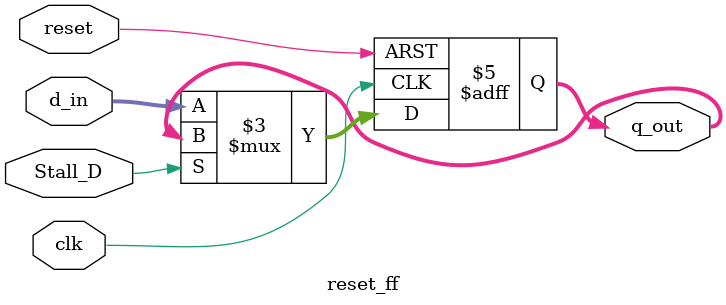
<source format=v>
module reset_ff (clk,reset,d_in,q_out,Stall_D);
    input       clk, reset;
    input       [31:0] d_in;
    
    input       Stall_D;
    
    output reg  [31:0] q_out;
    


always @(posedge clk or posedge reset) begin
    if (reset) q_out <= 0;
    else if(!Stall_D)    q_out <= d_in;
end

endmodule

</source>
